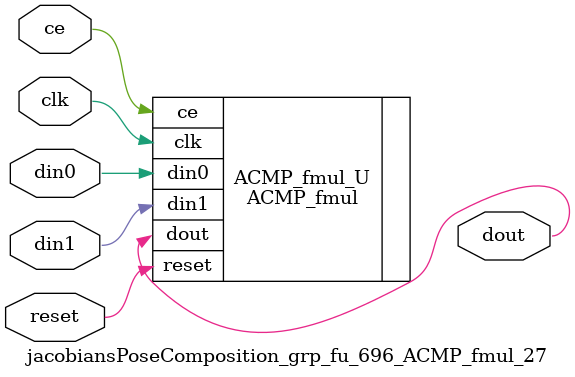
<source format=v>

`timescale 1 ns / 1 ps
module jacobiansPoseComposition_grp_fu_696_ACMP_fmul_27(
    clk,
    reset,
    ce,
    din0,
    din1,
    dout);

parameter ID = 32'd1;
parameter NUM_STAGE = 32'd1;
parameter din0_WIDTH = 32'd1;
parameter din1_WIDTH = 32'd1;
parameter dout_WIDTH = 32'd1;
input clk;
input reset;
input ce;
input[din0_WIDTH - 1:0] din0;
input[din1_WIDTH - 1:0] din1;
output[dout_WIDTH - 1:0] dout;



ACMP_fmul #(
.ID( ID ),
.NUM_STAGE( 4 ),
.din0_WIDTH( din0_WIDTH ),
.din1_WIDTH( din1_WIDTH ),
.dout_WIDTH( dout_WIDTH ))
ACMP_fmul_U(
    .clk( clk ),
    .reset( reset ),
    .ce( ce ),
    .din0( din0 ),
    .din1( din1 ),
    .dout( dout ));

endmodule

</source>
